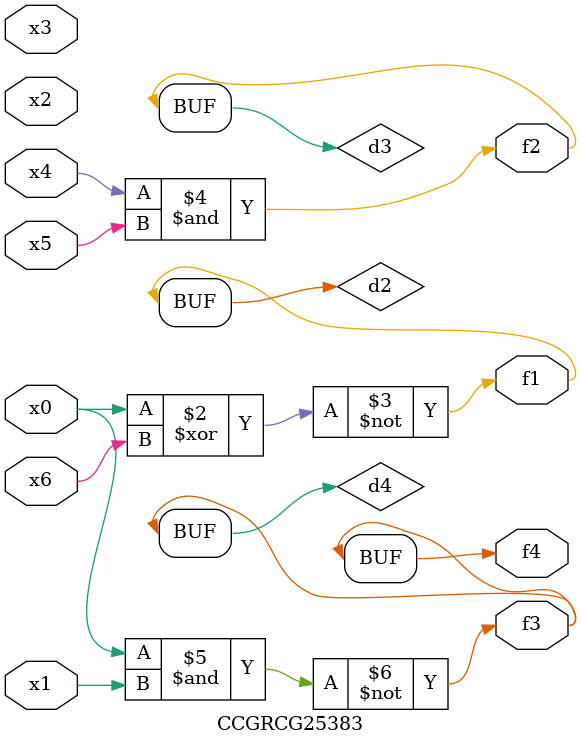
<source format=v>
module CCGRCG25383(
	input x0, x1, x2, x3, x4, x5, x6,
	output f1, f2, f3, f4
);

	wire d1, d2, d3, d4;

	nor (d1, x0);
	xnor (d2, x0, x6);
	and (d3, x4, x5);
	nand (d4, x0, x1);
	assign f1 = d2;
	assign f2 = d3;
	assign f3 = d4;
	assign f4 = d4;
endmodule

</source>
